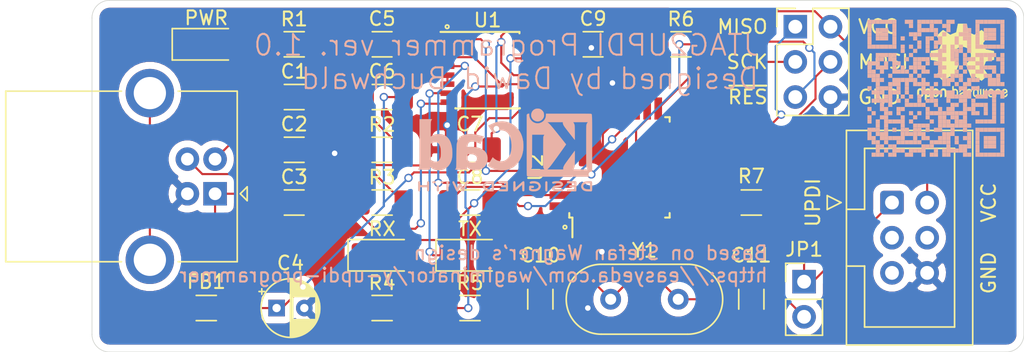
<source format=kicad_pcb>
(kicad_pcb (version 20171130) (host pcbnew "(5.1.10-0-10_14)")
  (layers (0 F.Cu signal) (31 B.Cu signal) (34 B.Paste user hide) (35 F.Paste user hide) (36 B.SilkS user) (37 F.SilkS user) (38 B.Mask user hide) (39 F.Mask user hide) (44 Edge.Cuts user))
  (net 0 "")
  (net 1 GND)
  (net 2 VCC)
  (net 3 "Net-(C3-Pad1)")
  (net 4 "Net-(C8-Pad1)")
  (net 5 "Net-(D1-Pad2)")
  (net 6 ~RXLED)
  (net 7 "Net-(D2-Pad2)")
  (net 8 ~TXLED)
  (net 9 "Net-(D3-Pad2)")
  (net 10 "Net-(J1-Pad4)")
  (net 11 "Net-(J1-Pad5)")
  (net 12 "Net-(J1-Pad3)")
  (net 13 "Net-(J1-Pad1)")
  (net 14 ~RESET)
  (net 15 MOSI)
  (net 16 SCK)
  (net 17 MISO)
  (net 18 "Net-(J3-Pad5)")
  (net 19 UPDI)
  (net 20 USBD+)
  (net 21 USBD-)
  (net 22 TxD)
  (net 23 RxD)
  (net 24 "Net-(U1-Pad2)")
  (net 25 "Net-(U2-Pad2)")
  (net 26 "Net-(C1-Pad1)")
  (net 27 "Net-(C2-Pad1)")
  (net 28 "Net-(C9-Pad2)")
  (net 29 "Net-(C10-Pad2)")
  (net 30 "Net-(C11-Pad1)")
  (net 31 "Net-(U1-Pad16)")
  (net 32 "Net-(U1-Pad15)")
  (net 33 "Net-(U2-Pad32)")
  (net 34 "Net-(U2-Pad28)")
  (net 35 "Net-(U2-Pad27)")
  (net 36 "Net-(U2-Pad26)")
  (net 37 "Net-(U2-Pad25)")
  (net 38 "Net-(U2-Pad24)")
  (net 39 "Net-(U2-Pad23)")
  (net 40 "Net-(U2-Pad22)")
  (net 41 "Net-(U2-Pad19)")
  (net 42 "Net-(U2-Pad14)")
  (net 43 "Net-(U2-Pad13)")
  (net 44 "Net-(U2-Pad12)")
  (net 45 "Net-(U2-Pad11)")
  (net 46 "Net-(U2-Pad9)")
  (net 47 "Net-(U2-Pad1)")
  (module QR:kicad-simple (layer B.Cu) (at 160.02 61.595 180)
    (fp_text reference QR***** hide)
    (fp_text value https://tinyurl.com/ghdbks hide)
  )
  (module Symbol:KiCad-Logo2_5mm_SilkScreen (layer B.Cu) (at 128.905 66.04 180)
    (fp_text reference REF** hide)
    (fp_text value KiCad-Logo2_5mm_SilkScreen hide)
  )
  (module Connector_USB:USB_B_OST_USB-B1HSxx_Horizontal (layer F.Cu) (at 107.95 69.215 180)
    (fp_text reference J3 hide)
    (fp_text value USB_B)
    (pad 5 thru_hole circle (at 4.71 7.27 180) (size 3.5 3.5) (drill 2.33) (layers *.Cu *.Mask) (net 18 "Net-(J3-Pad5)"))
    (pad 5 thru_hole circle (at 4.71 -4.77 180) (size 3.5 3.5) (drill 2.33) (layers *.Cu *.Mask) (net 18 "Net-(J3-Pad5)"))
    (pad 4 thru_hole circle (at 2 0 180) (size 1.7 1.7) (drill 0.92) (layers *.Cu *.Mask) (net 1 GND))
    (pad 3 thru_hole circle (at 2 2.5 180) (size 1.7 1.7) (drill 0.92) (layers *.Cu *.Mask) (net 27 "Net-(C2-Pad1)"))
    (pad 2 thru_hole circle (at 0 2.5 180) (size 1.7 1.7) (drill 0.92) (layers *.Cu *.Mask) (net 26 "Net-(C1-Pad1)"))
    (pad 1 thru_hole rect (at 0 0 180) (size 1.7 1.7) (drill 0.92) (layers *.Cu *.Mask) (net 3 "Net-(C3-Pad1)"))
  )
  (module Symbol:OSHW-Logo2_7.3x6mm_SilkScreen (layer F.Cu) (at 161.925 59.69)
    (fp_text reference REF** hide)
    (fp_text value OSHW-Logo2_7.3x6mm_SilkScreen hide)
  )
  (module Connector_PinHeader_2.54mm:PinHeader_2x03_P2.54mm_Vertical (layer F.Cu) (at 149.86 57.15)
    (fp_text reference J2 hide)
    (fp_text value ICSP)
    (pad 6 thru_hole oval (at 2.54 5.08) (size 1.7 1.7) (drill 1) (layers *.Cu *.Mask) (net 1 GND))
    (pad 5 thru_hole oval (at 0 5.08) (size 1.7 1.7) (drill 1) (layers *.Cu *.Mask) (net 14 ~RESET))
    (pad 4 thru_hole oval (at 2.54 2.54) (size 1.7 1.7) (drill 1) (layers *.Cu *.Mask) (net 15 MOSI))
    (pad 3 thru_hole oval (at 0 2.54) (size 1.7 1.7) (drill 1) (layers *.Cu *.Mask) (net 16 SCK))
    (pad 2 thru_hole oval (at 2.54 0) (size 1.7 1.7) (drill 1) (layers *.Cu *.Mask) (net 2 VCC))
    (pad 1 thru_hole rect (at 0 0) (size 1.7 1.7) (drill 1) (layers *.Cu *.Mask) (net 17 MISO))
  )
  (module Crystal:Crystal_HC49-U_Vertical (layer F.Cu) (at 136.525 76.835)
    (fp_text reference Y1 (at 2.44 -3.525) (layer F.SilkS))
    (fp_text value 16MHz)
    (pad 2 thru_hole circle (at 4.88 0) (size 1.5 1.5) (drill 0.8) (layers *.Cu *.Mask) (net 30 "Net-(C11-Pad1)"))
    (pad 1 thru_hole circle (at 0 0) (size 1.5 1.5) (drill 0.8) (layers *.Cu *.Mask) (net 29 "Net-(C10-Pad2)"))
  )
  (module Package_SO:SSOP-16_4.4x5.2mm_P0.65mm (layer F.Cu) (at 127.635 60.325)
    (fp_text reference U1 (at 0 -3.65) (layer F.SilkS))
    (fp_text value FT230XS)
    (pad 16 smd rect (at 2.9 -2.275) (size 1 0.4) (layers F.Cu F.Paste F.Mask) (net 31 "Net-(U1-Pad16)"))
    (pad 15 smd rect (at 2.9 -1.625) (size 1 0.4) (layers F.Cu F.Paste F.Mask) (net 32 "Net-(U1-Pad15)"))
    (pad 14 smd rect (at 2.9 -0.975) (size 1 0.4) (layers F.Cu F.Paste F.Mask) (net 6 ~RXLED))
    (pad 13 smd rect (at 2.9 -0.325) (size 1 0.4) (layers F.Cu F.Paste F.Mask) (net 1 GND))
    (pad 12 smd rect (at 2.9 0.325) (size 1 0.4) (layers F.Cu F.Paste F.Mask) (net 2 VCC))
    (pad 11 smd rect (at 2.9 0.975) (size 1 0.4) (layers F.Cu F.Paste F.Mask) (net 28 "Net-(C9-Pad2)"))
    (pad 10 smd rect (at 2.9 1.625) (size 1 0.4) (layers F.Cu F.Paste F.Mask) (net 28 "Net-(C9-Pad2)"))
    (pad 9 smd rect (at 2.9 2.275) (size 1 0.4) (layers F.Cu F.Paste F.Mask) (net 21 USBD-))
    (pad 8 smd rect (at -2.9 2.275) (size 1 0.4) (layers F.Cu F.Paste F.Mask) (net 20 USBD+))
    (pad 7 smd rect (at -2.9 1.625) (size 1 0.4) (layers F.Cu F.Paste F.Mask) (net 8 ~TXLED))
    (pad 6 smd rect (at -2.9 0.975) (size 1 0.4) (layers F.Cu F.Paste F.Mask) (net 1 GND))
    (pad 5 smd rect (at -2.9 0.325) (size 1 0.4) (layers F.Cu F.Paste F.Mask) (net 1 GND))
    (pad 4 smd rect (at -2.9 -0.325) (size 1 0.4) (layers F.Cu F.Paste F.Mask) (net 22 TxD))
    (pad 3 smd rect (at -2.9 -0.975) (size 1 0.4) (layers F.Cu F.Paste F.Mask) (net 28 "Net-(C9-Pad2)"))
    (pad 2 smd rect (at -2.9 -1.625) (size 1 0.4) (layers F.Cu F.Paste F.Mask) (net 24 "Net-(U1-Pad2)"))
    (pad 1 smd rect (at -2.9 -2.275) (size 1 0.4) (layers F.Cu F.Paste F.Mask) (net 23 RxD))
  )
  (module Package_QFP:TQFP-32_7x7mm_P0.8mm (layer F.Cu) (at 137.16 67.31 90)
    (fp_text reference U2 (at 0 -6.05 90) (layer F.SilkS))
    (fp_text value ATmega168P-20AU)
    (pad 32 smd rect (at -2.8 -4.25 180) (size 1.6 0.55) (layers F.Cu F.Paste F.Mask) (net 33 "Net-(U2-Pad32)"))
    (pad 31 smd rect (at -2 -4.25 180) (size 1.6 0.55) (layers F.Cu F.Paste F.Mask) (net 22 TxD))
    (pad 30 smd rect (at -1.2 -4.25 180) (size 1.6 0.55) (layers F.Cu F.Paste F.Mask) (net 23 RxD))
    (pad 29 smd rect (at -0.4 -4.25 180) (size 1.6 0.55) (layers F.Cu F.Paste F.Mask) (net 14 ~RESET))
    (pad 28 smd rect (at 0.4 -4.25 180) (size 1.6 0.55) (layers F.Cu F.Paste F.Mask) (net 34 "Net-(U2-Pad28)"))
    (pad 27 smd rect (at 1.2 -4.25 180) (size 1.6 0.55) (layers F.Cu F.Paste F.Mask) (net 35 "Net-(U2-Pad27)"))
    (pad 26 smd rect (at 2 -4.25 180) (size 1.6 0.55) (layers F.Cu F.Paste F.Mask) (net 36 "Net-(U2-Pad26)"))
    (pad 25 smd rect (at 2.8 -4.25 180) (size 1.6 0.55) (layers F.Cu F.Paste F.Mask) (net 37 "Net-(U2-Pad25)"))
    (pad 24 smd rect (at 4.25 -2.8 90) (size 1.6 0.55) (layers F.Cu F.Paste F.Mask) (net 38 "Net-(U2-Pad24)"))
    (pad 23 smd rect (at 4.25 -2 90) (size 1.6 0.55) (layers F.Cu F.Paste F.Mask) (net 39 "Net-(U2-Pad23)"))
    (pad 22 smd rect (at 4.25 -1.2 90) (size 1.6 0.55) (layers F.Cu F.Paste F.Mask) (net 40 "Net-(U2-Pad22)"))
    (pad 21 smd rect (at 4.25 -0.4 90) (size 1.6 0.55) (layers F.Cu F.Paste F.Mask) (net 1 GND))
    (pad 20 smd rect (at 4.25 0.4 90) (size 1.6 0.55) (layers F.Cu F.Paste F.Mask) (net 4 "Net-(C8-Pad1)"))
    (pad 19 smd rect (at 4.25 1.2 90) (size 1.6 0.55) (layers F.Cu F.Paste F.Mask) (net 41 "Net-(U2-Pad19)"))
    (pad 18 smd rect (at 4.25 2 90) (size 1.6 0.55) (layers F.Cu F.Paste F.Mask) (net 2 VCC))
    (pad 17 smd rect (at 4.25 2.8 90) (size 1.6 0.55) (layers F.Cu F.Paste F.Mask) (net 16 SCK))
    (pad 16 smd rect (at 2.8 4.25 180) (size 1.6 0.55) (layers F.Cu F.Paste F.Mask) (net 17 MISO))
    (pad 15 smd rect (at 2 4.25 180) (size 1.6 0.55) (layers F.Cu F.Paste F.Mask) (net 15 MOSI))
    (pad 14 smd rect (at 1.2 4.25 180) (size 1.6 0.55) (layers F.Cu F.Paste F.Mask) (net 42 "Net-(U2-Pad14)"))
    (pad 13 smd rect (at 0.4 4.25 180) (size 1.6 0.55) (layers F.Cu F.Paste F.Mask) (net 43 "Net-(U2-Pad13)"))
    (pad 12 smd rect (at -0.4 4.25 180) (size 1.6 0.55) (layers F.Cu F.Paste F.Mask) (net 44 "Net-(U2-Pad12)"))
    (pad 11 smd rect (at -1.2 4.25 180) (size 1.6 0.55) (layers F.Cu F.Paste F.Mask) (net 45 "Net-(U2-Pad11)"))
    (pad 10 smd rect (at -2 4.25 180) (size 1.6 0.55) (layers F.Cu F.Paste F.Mask) (net 19 UPDI))
    (pad 9 smd rect (at -2.8 4.25 180) (size 1.6 0.55) (layers F.Cu F.Paste F.Mask) (net 46 "Net-(U2-Pad9)"))
    (pad 8 smd rect (at -4.25 2.8 90) (size 1.6 0.55) (layers F.Cu F.Paste F.Mask) (net 30 "Net-(C11-Pad1)"))
    (pad 7 smd rect (at -4.25 2 90) (size 1.6 0.55) (layers F.Cu F.Paste F.Mask) (net 29 "Net-(C10-Pad2)"))
    (pad 6 smd rect (at -4.25 1.2 90) (size 1.6 0.55) (layers F.Cu F.Paste F.Mask) (net 2 VCC))
    (pad 5 smd rect (at -4.25 0.4 90) (size 1.6 0.55) (layers F.Cu F.Paste F.Mask) (net 1 GND))
    (pad 4 smd rect (at -4.25 -0.4 90) (size 1.6 0.55) (layers F.Cu F.Paste F.Mask) (net 2 VCC))
    (pad 3 smd rect (at -4.25 -1.2 90) (size 1.6 0.55) (layers F.Cu F.Paste F.Mask) (net 1 GND))
    (pad 2 smd rect (at -4.25 -2 90) (size 1.6 0.55) (layers F.Cu F.Paste F.Mask) (net 25 "Net-(U2-Pad2)"))
    (pad 1 smd rect (at -4.25 -2.8 90) (size 1.6 0.55) (layers F.Cu F.Paste F.Mask) (net 47 "Net-(U2-Pad1)"))
  )
  (module Resistor_SMD:R_1206_3216Metric_Pad1.30x1.75mm_HandSolder (layer F.Cu) (at 126.365 77.47)
    (fp_text reference R5 (at 0 -1.82) (layer F.SilkS))
    (fp_text value 470)
    (pad 2 smd roundrect (at 1.55 0) (size 1.3 1.75) (layers F.Cu F.Paste F.Mask) (roundrect_rratio 0.192308) (net 7 "Net-(D2-Pad2)"))
    (pad 1 smd roundrect (at -1.55 0) (size 1.3 1.75) (layers F.Cu F.Paste F.Mask) (roundrect_rratio 0.192308) (net 28 "Net-(C9-Pad2)"))
  )
  (module Resistor_SMD:R_1206_3216Metric_Pad1.30x1.75mm_HandSolder (layer F.Cu) (at 113.665 58.42)
    (fp_text reference R1 (at 0 -1.82) (layer F.SilkS))
    (fp_text value 470)
    (pad 2 smd roundrect (at 1.55 0) (size 1.3 1.75) (layers F.Cu F.Paste F.Mask) (roundrect_rratio 0.192308) (net 2 VCC))
    (pad 1 smd roundrect (at -1.55 0) (size 1.3 1.75) (layers F.Cu F.Paste F.Mask) (roundrect_rratio 0.192308) (net 9 "Net-(D3-Pad2)"))
  )
  (module Resistor_SMD:R_1206_3216Metric_Pad1.30x1.75mm_HandSolder (layer F.Cu) (at 120.015 77.47)
    (fp_text reference R4 (at 0 -1.82) (layer F.SilkS))
    (fp_text value 470)
    (pad 2 smd roundrect (at 1.55 0) (size 1.3 1.75) (layers F.Cu F.Paste F.Mask) (roundrect_rratio 0.192308) (net 5 "Net-(D1-Pad2)"))
    (pad 1 smd roundrect (at -1.55 0) (size 1.3 1.75) (layers F.Cu F.Paste F.Mask) (roundrect_rratio 0.192308) (net 28 "Net-(C9-Pad2)"))
  )
  (module Resistor_SMD:R_1206_3216Metric_Pad1.30x1.75mm_HandSolder (layer F.Cu) (at 141.605 58.42)
    (fp_text reference R6 (at 0 -1.82) (layer F.SilkS))
    (fp_text value 4K7)
    (pad 2 smd roundrect (at 1.55 0) (size 1.3 1.75) (layers F.Cu F.Paste F.Mask) (roundrect_rratio 0.192308) (net 14 ~RESET))
    (pad 1 smd roundrect (at -1.55 0) (size 1.3 1.75) (layers F.Cu F.Paste F.Mask) (roundrect_rratio 0.192308) (net 2 VCC))
  )
  (module Resistor_SMD:R_1206_3216Metric_Pad1.30x1.75mm_HandSolder (layer F.Cu) (at 120.015 66.04)
    (fp_text reference R2 (at 0 -1.82) (layer F.SilkS))
    (fp_text value 27)
    (pad 2 smd roundrect (at 1.55 0) (size 1.3 1.75) (layers F.Cu F.Paste F.Mask) (roundrect_rratio 0.192308) (net 26 "Net-(C1-Pad1)"))
    (pad 1 smd roundrect (at -1.55 0) (size 1.3 1.75) (layers F.Cu F.Paste F.Mask) (roundrect_rratio 0.192308) (net 21 USBD-))
  )
  (module Resistor_SMD:R_1206_3216Metric_Pad1.30x1.75mm_HandSolder (layer F.Cu) (at 120.015 69.85)
    (fp_text reference R3 (at 0 -1.82) (layer F.SilkS))
    (fp_text value 27)
    (pad 2 smd roundrect (at 1.55 0) (size 1.3 1.75) (layers F.Cu F.Paste F.Mask) (roundrect_rratio 0.192308) (net 27 "Net-(C2-Pad1)"))
    (pad 1 smd roundrect (at -1.55 0) (size 1.3 1.75) (layers F.Cu F.Paste F.Mask) (roundrect_rratio 0.192308) (net 20 USBD+))
  )
  (module Resistor_SMD:R_1206_3216Metric_Pad1.30x1.75mm_HandSolder (layer F.Cu) (at 146.685 69.85)
    (fp_text reference R7 (at 0 -1.905) (layer F.SilkS))
    (fp_text value 470)
    (pad 2 smd roundrect (at 1.55 0) (size 1.3 1.75) (layers F.Cu F.Paste F.Mask) (roundrect_rratio 0.192308) (net 13 "Net-(J1-Pad1)"))
    (pad 1 smd roundrect (at -1.55 0) (size 1.3 1.75) (layers F.Cu F.Paste F.Mask) (roundrect_rratio 0.192308) (net 19 UPDI))
  )
  (module Connector_PinHeader_2.54mm:PinHeader_1x02_P2.54mm_Vertical (layer F.Cu) (at 150.495 75.565)
    (fp_text reference JP1 (at 0 -2.33) (layer F.SilkS))
    (fp_text value UPDI_R470)
    (pad 2 thru_hole oval (at 0 2.54) (size 1.7 1.7) (drill 1) (layers *.Cu *.Mask) (net 19 UPDI))
    (pad 1 thru_hole rect (at 0 0) (size 1.7 1.7) (drill 1) (layers *.Cu *.Mask) (net 13 "Net-(J1-Pad1)"))
  )
  (module Connector_IDC:IDC-Header_2x03_P2.54mm_Vertical (layer F.Cu) (at 156.845 69.85)
    (fp_text reference J1 hide)
    (fp_text value UPDI)
    (pad 6 thru_hole circle (at 2.54 5.08) (size 1.7 1.7) (drill 1) (layers *.Cu *.Mask) (net 1 GND))
    (pad 4 thru_hole circle (at 2.54 2.54) (size 1.7 1.7) (drill 1) (layers *.Cu *.Mask) (net 10 "Net-(J1-Pad4)"))
    (pad 2 thru_hole circle (at 2.54 0) (size 1.7 1.7) (drill 1) (layers *.Cu *.Mask) (net 2 VCC))
    (pad 5 thru_hole circle (at 0 5.08) (size 1.7 1.7) (drill 1) (layers *.Cu *.Mask) (net 11 "Net-(J1-Pad5)"))
    (pad 3 thru_hole circle (at 0 2.54) (size 1.7 1.7) (drill 1) (layers *.Cu *.Mask) (net 12 "Net-(J1-Pad3)"))
    (pad 1 thru_hole roundrect (at 0 0) (size 1.7 1.7) (drill 1) (layers *.Cu *.Mask) (roundrect_rratio 0.147059) (net 13 "Net-(J1-Pad1)"))
  )
  (module Resistor_SMD:R_1206_3216Metric_Pad1.30x1.75mm_HandSolder (layer F.Cu) (at 107.315 77.47 180)
    (fp_text reference FB1 (at 0 1.905) (layer F.SilkS))
    (fp_text value FBS)
    (pad 2 smd roundrect (at 1.55 0 180) (size 1.3 1.75) (layers F.Cu F.Paste F.Mask) (roundrect_rratio 0.192308) (net 3 "Net-(C3-Pad1)"))
    (pad 1 smd roundrect (at -1.55 0 180) (size 1.3 1.75) (layers F.Cu F.Paste F.Mask) (roundrect_rratio 0.192308) (net 2 VCC))
  )
  (module LED_SMD:LED_1206_3216Metric_Pad1.42x1.75mm_HandSolder (layer F.Cu) (at 107.315 58.42)
    (fp_text reference D3 hide)
    (fp_text value PWR)
    (pad 2 smd roundrect (at 1.4875 0) (size 1.425 1.75) (layers F.Cu F.Paste F.Mask) (roundrect_rratio 0.175439) (net 9 "Net-(D3-Pad2)"))
    (pad 1 smd roundrect (at -1.4875 0) (size 1.425 1.75) (layers F.Cu F.Paste F.Mask) (roundrect_rratio 0.175439) (net 1 GND))
  )
  (module LED_SMD:LED_1206_3216Metric_Pad1.42x1.75mm_HandSolder (layer F.Cu) (at 126.365 73.66)
    (fp_text reference D2 hide)
    (fp_text value RX)
    (pad 2 smd roundrect (at 1.4875 0) (size 1.425 1.75) (layers F.Cu F.Paste F.Mask) (roundrect_rratio 0.175439) (net 7 "Net-(D2-Pad2)"))
    (pad 1 smd roundrect (at -1.4875 0) (size 1.425 1.75) (layers F.Cu F.Paste F.Mask) (roundrect_rratio 0.175439) (net 8 ~TXLED))
  )
  (module LED_SMD:LED_1206_3216Metric_Pad1.42x1.75mm_HandSolder (layer F.Cu) (at 120.015 73.66)
    (fp_text reference D1 hide)
    (fp_text value TX)
    (pad 2 smd roundrect (at 1.4875 0) (size 1.425 1.75) (layers F.Cu F.Paste F.Mask) (roundrect_rratio 0.175439) (net 5 "Net-(D1-Pad2)"))
    (pad 1 smd roundrect (at -1.4875 0) (size 1.425 1.75) (layers F.Cu F.Paste F.Mask) (roundrect_rratio 0.175439) (net 6 ~RXLED))
  )
  (module Capacitor_SMD:C_1206_3216Metric_Pad1.33x1.80mm_HandSolder (layer F.Cu) (at 135.255 58.42)
    (fp_text reference C9 (at 0 -1.85) (layer F.SilkS))
    (fp_text value 100nF)
    (pad 2 smd roundrect (at 1.5625 0) (size 1.325 1.8) (layers F.Cu F.Paste F.Mask) (roundrect_rratio 0.188679) (net 28 "Net-(C9-Pad2)"))
    (pad 1 smd roundrect (at -1.5625 0) (size 1.325 1.8) (layers F.Cu F.Paste F.Mask) (roundrect_rratio 0.188679) (net 1 GND))
  )
  (module Capacitor_THT:CP_Radial_D4.0mm_P2.00mm (layer F.Cu) (at 112.395 77.47)
    (fp_text reference C4 (at 1 -3.25) (layer F.SilkS))
    (fp_text value 4,7uF)
    (pad 2 thru_hole circle (at 2 0) (size 1.2 1.2) (drill 0.6) (layers *.Cu *.Mask) (net 1 GND))
    (pad 1 thru_hole rect (at 0 0) (size 1.2 1.2) (drill 0.6) (layers *.Cu *.Mask) (net 2 VCC))
  )
  (module Capacitor_SMD:C_1206_3216Metric_Pad1.33x1.80mm_HandSolder (layer F.Cu) (at 120.015 62.23)
    (fp_text reference C6 (at 0 -1.85) (layer F.SilkS))
    (fp_text value 100nF)
    (pad 2 smd roundrect (at 1.5625 0) (size 1.325 1.8) (layers F.Cu F.Paste F.Mask) (roundrect_rratio 0.188679) (net 2 VCC))
    (pad 1 smd roundrect (at -1.5625 0) (size 1.325 1.8) (layers F.Cu F.Paste F.Mask) (roundrect_rratio 0.188679) (net 1 GND))
  )
  (module Capacitor_SMD:C_1206_3216Metric_Pad1.33x1.80mm_HandSolder (layer F.Cu) (at 113.665 62.23)
    (fp_text reference C1 (at 0 -1.85) (layer F.SilkS))
    (fp_text value 47pF)
    (pad 2 smd roundrect (at 1.5625 0) (size 1.325 1.8) (layers F.Cu F.Paste F.Mask) (roundrect_rratio 0.188679) (net 1 GND))
    (pad 1 smd roundrect (at -1.5625 0) (size 1.325 1.8) (layers F.Cu F.Paste F.Mask) (roundrect_rratio 0.188679) (net 26 "Net-(C1-Pad1)"))
  )
  (module Capacitor_SMD:C_1206_3216Metric_Pad1.33x1.80mm_HandSolder (layer F.Cu) (at 113.665 66.04)
    (fp_text reference C2 (at 0 -1.85) (layer F.SilkS))
    (fp_text value 47pF)
    (pad 2 smd roundrect (at 1.5625 0) (size 1.325 1.8) (layers F.Cu F.Paste F.Mask) (roundrect_rratio 0.188679) (net 1 GND))
    (pad 1 smd roundrect (at -1.5625 0) (size 1.325 1.8) (layers F.Cu F.Paste F.Mask) (roundrect_rratio 0.188679) (net 27 "Net-(C2-Pad1)"))
  )
  (module Capacitor_SMD:C_1206_3216Metric_Pad1.33x1.80mm_HandSolder (layer F.Cu) (at 113.665 69.85)
    (fp_text reference C3 (at 0 -1.85) (layer F.SilkS))
    (fp_text value 10nF)
    (pad 2 smd roundrect (at 1.5625 0) (size 1.325 1.8) (layers F.Cu F.Paste F.Mask) (roundrect_rratio 0.188679) (net 1 GND))
    (pad 1 smd roundrect (at -1.5625 0) (size 1.325 1.8) (layers F.Cu F.Paste F.Mask) (roundrect_rratio 0.188679) (net 3 "Net-(C3-Pad1)"))
  )
  (module Capacitor_SMD:C_1206_3216Metric_Pad1.33x1.80mm_HandSolder (layer F.Cu) (at 146.685 76.835 270)
    (fp_text reference C11 (at -3.175 0 180) (layer F.SilkS))
    (fp_text value 22pF)
    (pad 2 smd roundrect (at 1.5625 0 270) (size 1.325 1.8) (layers F.Cu F.Paste F.Mask) (roundrect_rratio 0.188679) (net 1 GND))
    (pad 1 smd roundrect (at -1.5625 0 270) (size 1.325 1.8) (layers F.Cu F.Paste F.Mask) (roundrect_rratio 0.188679) (net 30 "Net-(C11-Pad1)"))
  )
  (module Capacitor_SMD:C_1206_3216Metric_Pad1.33x1.80mm_HandSolder (layer F.Cu) (at 131.445 76.835 90)
    (fp_text reference C10 (at 3.175 0 180) (layer F.SilkS))
    (fp_text value 22pF)
    (pad 2 smd roundrect (at 1.5625 0 90) (size 1.325 1.8) (layers F.Cu F.Paste F.Mask) (roundrect_rratio 0.188679) (net 29 "Net-(C10-Pad2)"))
    (pad 1 smd roundrect (at -1.5625 0 90) (size 1.325 1.8) (layers F.Cu F.Paste F.Mask) (roundrect_rratio 0.188679) (net 1 GND))
  )
  (module Capacitor_SMD:C_1206_3216Metric_Pad1.33x1.80mm_HandSolder (layer F.Cu) (at 126.365 69.85)
    (fp_text reference C8 (at 0 -1.85) (layer F.SilkS))
    (fp_text value 100nF)
    (pad 2 smd roundrect (at 1.5625 0) (size 1.325 1.8) (layers F.Cu F.Paste F.Mask) (roundrect_rratio 0.188679) (net 1 GND))
    (pad 1 smd roundrect (at -1.5625 0) (size 1.325 1.8) (layers F.Cu F.Paste F.Mask) (roundrect_rratio 0.188679) (net 4 "Net-(C8-Pad1)"))
  )
  (module Capacitor_SMD:C_1206_3216Metric_Pad1.33x1.80mm_HandSolder (layer F.Cu) (at 126.365 66.04)
    (fp_text reference C7 (at 0 -1.85) (layer F.SilkS))
    (fp_text value 100nF)
    (pad 2 smd roundrect (at 1.5625 0) (size 1.325 1.8) (layers F.Cu F.Paste F.Mask) (roundrect_rratio 0.188679) (net 2 VCC))
    (pad 1 smd roundrect (at -1.5625 0) (size 1.325 1.8) (layers F.Cu F.Paste F.Mask) (roundrect_rratio 0.188679) (net 1 GND))
  )
  (module Capacitor_SMD:C_1206_3216Metric_Pad1.33x1.80mm_HandSolder (layer F.Cu) (at 120.015 58.42)
    (fp_text reference C5 (at 0 -1.85) (layer F.SilkS))
    (fp_text value 100nF)
    (pad 2 smd roundrect (at 1.5625 0) (size 1.325 1.8) (layers F.Cu F.Paste F.Mask) (roundrect_rratio 0.188679) (net 1 GND))
    (pad 1 smd roundrect (at -1.5625 0) (size 1.325 1.8) (layers F.Cu F.Paste F.Mask) (roundrect_rratio 0.188679) (net 2 VCC))
  )
  (gr_text "Based on Stefan Wagner’s design\nhttps://easyeda.com/wagiminator/y-updi-programmer" (at 147.955 74.295) (layer B.SilkS) (effects (font (size 1 1)) (justify left mirror)))
  (gr_text "JTAG2UPDI Programmer ver. 1.0\nDesigned by Dawid Buchwald" (at 147.32 59.69) (layer B.SilkS) (effects (font (size 1.5 1.5)) (justify left mirror)))
  (gr_circle (center 124.714 57.15) (end 124.841 57.15) (layer F.SilkS) (width 0.12))
  (gr_circle (center 133.223 71.628) (end 133.35 71.628) (layer F.SilkS) (width 0.12))
  (gr_text TX (at 126.365 71.755) (layer F.SilkS) (effects (font (size 1 1))))
  (gr_text RX (at 120.015 71.755) (layer F.SilkS) (effects (font (size 1 1))))
  (gr_text PWR (at 107.315 56.515) (layer F.SilkS) (effects (font (size 1 1))))
  (gr_text GND (at 163.83 74.93 90) (layer F.SilkS) (effects (font (size 1 1))))
  (gr_text VCC (at 163.83 69.85 90) (layer F.SilkS) (effects (font (size 1 1))))
  (gr_text UPDI (at 151.13 69.85 90) (layer F.SilkS) (effects (font (size 1 1))))
  (gr_text ~RES (at 147.955 62.23) (layer F.SilkS) (effects (font (size 1 1)) (justify right)))
  (gr_text SCK (at 147.955 59.69) (layer F.SilkS) (effects (font (size 1 1)) (justify right)))
  (gr_text MISO (at 147.955 57.15) (layer F.SilkS) (effects (font (size 1 1)) (justify right)))
  (gr_text GND (at 154.305 62.23) (layer F.SilkS) (effects (font (size 1 1)) (justify left)))
  (gr_text MOSI (at 154.305 59.69) (layer F.SilkS) (effects (font (size 1 1)) (justify left)))
  (gr_text VCC (at 154.305 57.15) (layer F.SilkS) (effects (font (size 1 1)) (justify left)))
  (gr_arc (start 165.1 56.515) (end 166.37 56.515) (angle -90) (layer Edge.Cuts) (width 0.05))
  (gr_arc (start 165.1 79.375) (end 165.1 80.645) (angle -90) (layer Edge.Cuts) (width 0.05))
  (gr_arc (start 100.33 79.375) (end 99.06 79.375) (angle -90) (layer Edge.Cuts) (width 0.05))
  (gr_arc (start 100.33 56.515) (end 100.33 55.245) (angle -90) (layer Edge.Cuts) (width 0.05))
  (gr_line (start 165.1 55.245) (end 100.33 55.245) (layer Edge.Cuts) (width 0.05))
  (gr_line (start 166.37 79.375) (end 166.37 56.515) (layer Edge.Cuts) (width 0.05))
  (gr_line (start 100.33 80.645) (end 165.1 80.645) (layer Edge.Cuts) (width 0.05))
  (gr_line (start 99.06 56.515) (end 99.06 79.375) (layer Edge.Cuts) (width 0.05))
  (via (at 134.874 77.47) (size 0.6) (drill 0.4) (layers F.Cu B.Cu) (net 1))
  (segment (start 133.9465 78.3975) (end 134.874 77.47) (width 0.1524) (layer F.Cu) (net 1))
  (segment (start 131.445 78.3975) (end 133.9465 78.3975) (width 0.1524) (layer F.Cu) (net 1))
  (via (at 135.89 73.406) (size 0.6) (drill 0.4) (layers F.Cu B.Cu) (net 1))
  (segment (start 134.874 74.422) (end 135.89 73.406) (width 0.1524) (layer B.Cu) (net 1))
  (segment (start 134.874 77.47) (end 134.874 74.422) (width 0.1524) (layer B.Cu) (net 1))
  (segment (start 135.89 71.63) (end 135.96 71.56) (width 0.1524) (layer F.Cu) (net 1))
  (segment (start 135.89 73.406) (end 135.89 71.63) (width 0.1524) (layer F.Cu) (net 1))
  (segment (start 137.56 70.5314) (end 137.56 71.56) (width 0.1524) (layer F.Cu) (net 1))
  (segment (start 135.998101 70.493299) (end 137.521899 70.493299) (width 0.1524) (layer F.Cu) (net 1))
  (segment (start 135.96 70.5314) (end 135.998101 70.493299) (width 0.1524) (layer F.Cu) (net 1))
  (segment (start 137.521899 70.493299) (end 137.56 70.5314) (width 0.1524) (layer F.Cu) (net 1))
  (segment (start 135.96 71.56) (end 135.96 70.5314) (width 0.1524) (layer F.Cu) (net 1))
  (segment (start 123.8075 60.65) (end 124.735 60.65) (width 0.1524) (layer F.Cu) (net 1))
  (segment (start 121.5775 58.42) (end 123.8075 60.65) (width 0.1524) (layer F.Cu) (net 1))
  (segment (start 124.735 60.65) (end 124.735 61.3) (width 0.1524) (layer F.Cu) (net 1))
  (segment (start 132.1125 60) (end 133.6925 58.42) (width 0.1524) (layer F.Cu) (net 1))
  (segment (start 130.535 60) (end 132.1125 60) (width 0.1524) (layer F.Cu) (net 1))
  (via (at 135.128 58.674) (size 0.6) (drill 0.4) (layers F.Cu B.Cu) (net 1))
  (segment (start 134.874 58.42) (end 135.128 58.674) (width 0.1524) (layer F.Cu) (net 1))
  (segment (start 133.6925 58.42) (end 134.874 58.42) (width 0.1524) (layer F.Cu) (net 1))
  (segment (start 135.128 58.674) (end 136.652 60.198) (width 0.1524) (layer B.Cu) (net 1))
  (via (at 136.652 61.214) (size 0.6) (drill 0.4) (layers F.Cu B.Cu) (net 1))
  (segment (start 136.652 60.198) (end 136.652 61.214) (width 0.1524) (layer B.Cu) (net 1))
  (segment (start 136.652 62.952) (end 136.76 63.06) (width 0.1524) (layer F.Cu) (net 1))
  (segment (start 136.652 61.214) (end 136.652 62.952) (width 0.1524) (layer F.Cu) (net 1))
  (segment (start 136.76 63.06) (end 136.76 64.0886) (width 0.1524) (layer F.Cu) (net 1))
  (segment (start 135.96 64.8886) (end 135.96 70.5314) (width 0.1524) (layer F.Cu) (net 1))
  (segment (start 136.76 64.0886) (end 135.96 64.8886) (width 0.1524) (layer F.Cu) (net 1))
  (via (at 116.586 66.294) (size 0.6) (drill 0.4) (layers F.Cu B.Cu) (net 1))
  (segment (start 116.332 66.04) (end 116.586 66.294) (width 0.1524) (layer F.Cu) (net 1))
  (segment (start 115.2275 66.04) (end 116.332 66.04) (width 0.1524) (layer F.Cu) (net 1))
  (segment (start 124.8025 64.3505) (end 124.714 64.262) (width 0.1524) (layer F.Cu) (net 1))
  (via (at 124.714 64.262) (size 0.6) (drill 0.4) (layers F.Cu B.Cu) (net 1))
  (segment (start 124.8025 66.04) (end 124.8025 64.3505) (width 0.1524) (layer F.Cu) (net 1))
  (segment (start 108.865 77.47) (end 112.395 77.47) (width 0.1524) (layer F.Cu) (net 2))
  (via (at 114.3 75.946) (size 0.6) (drill 0.4) (layers F.Cu B.Cu) (net 2))
  (segment (start 112.776 77.47) (end 114.3 75.946) (width 0.1524) (layer F.Cu) (net 2))
  (segment (start 112.395 77.47) (end 112.776 77.47) (width 0.1524) (layer F.Cu) (net 2))
  (segment (start 159.385 64.135) (end 159.385 69.85) (width 0.1524) (layer F.Cu) (net 2))
  (segment (start 152.4 57.15) (end 159.385 64.135) (width 0.1524) (layer F.Cu) (net 2))
  (segment (start 151.283299 56.033299) (end 152.4 57.15) (width 0.1524) (layer F.Cu) (net 2))
  (segment (start 141.566701 56.033299) (end 151.283299 56.033299) (width 0.1524) (layer F.Cu) (net 2))
  (segment (start 140.055 57.545) (end 141.566701 56.033299) (width 0.1524) (layer F.Cu) (net 2))
  (segment (start 140.055 58.42) (end 140.055 57.545) (width 0.1524) (layer F.Cu) (net 2))
  (segment (start 129.18271 57.25329) (end 128.619299 57.816701) (width 0.1524) (layer F.Cu) (net 2))
  (segment (start 128.619299 57.816701) (end 128.619299 59.756017) (width 0.1524) (layer F.Cu) (net 2))
  (segment (start 138.88829 57.25329) (end 129.18271 57.25329) (width 0.1524) (layer F.Cu) (net 2))
  (segment (start 128.619299 59.756017) (end 129.513282 60.65) (width 0.1524) (layer F.Cu) (net 2))
  (segment (start 140.055 58.42) (end 138.88829 57.25329) (width 0.1524) (layer F.Cu) (net 2))
  (segment (start 129.513282 60.65) (end 130.535 60.65) (width 0.1524) (layer F.Cu) (net 2))
  (segment (start 115.215 58.42) (end 118.4525 58.42) (width 0.1524) (layer F.Cu) (net 2))
  (segment (start 118.4525 59.105) (end 121.5775 62.23) (width 0.1524) (layer F.Cu) (net 2))
  (segment (start 118.4525 58.42) (end 118.4525 59.105) (width 0.1524) (layer F.Cu) (net 2))
  (segment (start 127.9275 64.8585) (end 128.27 64.516) (width 0.1524) (layer F.Cu) (net 2))
  (via (at 128.27 64.516) (size 0.6) (drill 0.4) (layers F.Cu B.Cu) (net 2))
  (segment (start 127.9275 66.04) (end 127.9275 64.8585) (width 0.1524) (layer F.Cu) (net 2))
  (via (at 128.619299 58.261299) (size 0.6) (drill 0.4) (layers F.Cu B.Cu) (net 2))
  (segment (start 128.27 58.610598) (end 128.619299 58.261299) (width 0.1524) (layer B.Cu) (net 2))
  (segment (start 128.27 64.516) (end 128.27 58.610598) (width 0.1524) (layer B.Cu) (net 2))
  (segment (start 139.16 63.815062) (end 139.16 63.06) (width 0.1524) (layer F.Cu) (net 2))
  (segment (start 138.36 64.615062) (end 139.16 63.815062) (width 0.1524) (layer F.Cu) (net 2))
  (segment (start 138.36 71.56) (end 138.36 64.615062) (width 0.1524) (layer F.Cu) (net 2))
  (segment (start 139.16 59.315) (end 140.055 58.42) (width 0.1524) (layer F.Cu) (net 2))
  (segment (start 139.16 63.06) (end 139.16 59.315) (width 0.1524) (layer F.Cu) (net 2))
  (via (at 120.142 62.23) (size 0.6) (drill 0.4) (layers F.Cu B.Cu) (net 2))
  (segment (start 121.5775 62.23) (end 120.142 62.23) (width 0.1524) (layer F.Cu) (net 2))
  (segment (start 120.142 70.104) (end 114.3 75.946) (width 0.1524) (layer B.Cu) (net 2))
  (segment (start 120.142 62.23) (end 120.142 70.104) (width 0.1524) (layer B.Cu) (net 2))
  (via (at 121.92 68.072) (size 0.6) (drill 0.4) (layers F.Cu B.Cu) (net 2))
  (segment (start 120.142 69.85) (end 120.142 70.104) (width 0.1524) (layer B.Cu) (net 2))
  (segment (start 121.92 68.072) (end 120.142 69.85) (width 0.1524) (layer B.Cu) (net 2))
  (segment (start 127.9275 66.04) (end 126.295499 67.672001) (width 0.1524) (layer F.Cu) (net 2))
  (segment (start 126.295499 67.672001) (end 122.319999 67.672001) (width 0.1524) (layer F.Cu) (net 2))
  (segment (start 122.319999 67.672001) (end 121.92 68.072) (width 0.1524) (layer F.Cu) (net 2))
  (segment (start 138.36 72.5886) (end 138.36 71.56) (width 0.1524) (layer F.Cu) (net 2))
  (segment (start 138.321899 72.626701) (end 138.36 72.5886) (width 0.1524) (layer F.Cu) (net 2))
  (segment (start 136.798101 72.626701) (end 138.321899 72.626701) (width 0.1524) (layer F.Cu) (net 2))
  (segment (start 136.76 72.5886) (end 136.798101 72.626701) (width 0.1524) (layer F.Cu) (net 2))
  (segment (start 136.76 71.56) (end 136.76 72.5886) (width 0.1524) (layer F.Cu) (net 2))
  (segment (start 107.95 69.215) (end 107.95 72.39) (width 0.1524) (layer F.Cu) (net 3))
  (segment (start 105.765 74.575) (end 105.765 77.47) (width 0.1524) (layer F.Cu) (net 3))
  (segment (start 107.95 72.39) (end 105.765 74.575) (width 0.1524) (layer F.Cu) (net 3))
  (segment (start 111.4675 69.215) (end 112.1025 69.85) (width 0.1524) (layer F.Cu) (net 3))
  (segment (start 107.95 69.215) (end 111.4675 69.215) (width 0.1524) (layer F.Cu) (net 3))
  (segment (start 128.538248 68.72139) (end 129.920858 70.104) (width 0.1524) (layer F.Cu) (net 4))
  (segment (start 124.8025 69.85) (end 125.93111 68.72139) (width 0.1524) (layer F.Cu) (net 4))
  (segment (start 125.93111 68.72139) (end 128.538248 68.72139) (width 0.1524) (layer F.Cu) (net 4))
  (via (at 130.556 70.104) (size 0.6) (drill 0.4) (layers F.Cu B.Cu) (net 4))
  (segment (start 129.920858 70.104) (end 130.556 70.104) (width 0.1524) (layer F.Cu) (net 4))
  (via (at 136.62671 65.284287) (size 0.6) (drill 0.4) (layers F.Cu B.Cu) (net 4))
  (segment (start 130.556 70.104) (end 131.806997 70.104) (width 0.1524) (layer B.Cu) (net 4))
  (segment (start 131.806997 70.104) (end 136.62671 65.284287) (width 0.1524) (layer B.Cu) (net 4))
  (segment (start 137.56 63.06) (end 137.56 64.350997) (width 0.1524) (layer F.Cu) (net 4))
  (segment (start 137.56 64.350997) (end 136.62671 65.284287) (width 0.1524) (layer F.Cu) (net 4))
  (segment (start 121.565 73.7225) (end 121.5025 73.66) (width 0.1524) (layer F.Cu) (net 5))
  (segment (start 121.565 77.47) (end 121.565 73.7225) (width 0.1524) (layer F.Cu) (net 5))
  (via (at 129.286 59.436) (size 0.6) (drill 0.4) (layers F.Cu B.Cu) (net 6))
  (segment (start 130.449 59.436) (end 130.535 59.35) (width 0.1524) (layer F.Cu) (net 6))
  (segment (start 129.286 59.436) (end 130.449 59.436) (width 0.1524) (layer F.Cu) (net 6))
  (via (at 126.663526 69.894536) (size 0.6) (drill 0.4) (layers F.Cu B.Cu) (net 6))
  (segment (start 119.63111 72.55639) (end 124.001672 72.55639) (width 0.1524) (layer F.Cu) (net 6))
  (segment (start 124.001672 72.55639) (end 126.663526 69.894536) (width 0.1524) (layer F.Cu) (net 6))
  (segment (start 129.286 59.436) (end 129.286 67.272062) (width 0.1524) (layer B.Cu) (net 6))
  (segment (start 118.5275 73.66) (end 119.63111 72.55639) (width 0.1524) (layer F.Cu) (net 6))
  (segment (start 129.286 67.272062) (end 126.663526 69.894536) (width 0.1524) (layer B.Cu) (net 6))
  (segment (start 127.915 73.7225) (end 127.8525 73.66) (width 0.1524) (layer F.Cu) (net 7))
  (segment (start 127.915 77.47) (end 127.915 73.7225) (width 0.1524) (layer F.Cu) (net 7))
  (via (at 123.444 73.406) (size 0.6) (drill 0.4) (layers F.Cu B.Cu) (net 8))
  (segment (start 123.698 73.66) (end 123.444 73.406) (width 0.1524) (layer F.Cu) (net 8))
  (segment (start 124.8775 73.66) (end 123.698 73.66) (width 0.1524) (layer F.Cu) (net 8))
  (segment (start 123.444 73.406) (end 123.444 61.976) (width 0.1524) (layer B.Cu) (net 8))
  (via (at 123.444 61.976) (size 0.6) (drill 0.4) (layers F.Cu B.Cu) (net 8))
  (segment (start 123.47 61.95) (end 123.444 61.976) (width 0.1524) (layer F.Cu) (net 8))
  (segment (start 124.735 61.95) (end 123.47 61.95) (width 0.1524) (layer F.Cu) (net 8))
  (segment (start 108.8025 58.42) (end 112.115 58.42) (width 0.1524) (layer F.Cu) (net 9))
  (segment (start 151.13 75.565) (end 156.845 69.85) (width 0.1524) (layer F.Cu) (net 13))
  (segment (start 150.495 75.565) (end 151.13 75.565) (width 0.1524) (layer F.Cu) (net 13))
  (segment (start 150.495 72.11) (end 150.495 75.565) (width 0.1524) (layer F.Cu) (net 13))
  (segment (start 148.235 69.85) (end 150.495 72.11) (width 0.1524) (layer F.Cu) (net 13))
  (via (at 150.876 58.674) (size 0.6) (drill 0.4) (layers F.Cu B.Cu) (net 14))
  (segment (start 151.243541 60.846459) (end 151.243541 59.041541) (width 0.1524) (layer B.Cu) (net 14))
  (segment (start 151.243541 59.041541) (end 150.876 58.674) (width 0.1524) (layer B.Cu) (net 14))
  (segment (start 149.86 62.23) (end 151.243541 60.846459) (width 0.1524) (layer B.Cu) (net 14))
  (segment (start 143.346399 58.228601) (end 143.155 58.42) (width 0.1524) (layer F.Cu) (net 14))
  (segment (start 150.430601 58.228601) (end 143.346399 58.228601) (width 0.1524) (layer F.Cu) (net 14))
  (segment (start 150.876 58.674) (end 150.430601 58.228601) (width 0.1524) (layer F.Cu) (net 14))
  (via (at 141.478 58.42) (size 0.6) (drill 0.4) (layers F.Cu B.Cu) (net 14))
  (segment (start 143.155 58.42) (end 141.478 58.42) (width 0.1524) (layer F.Cu) (net 14))
  (segment (start 141.478 58.42) (end 141.478 61.468) (width 0.1524) (layer B.Cu) (net 14))
  (via (at 135.128 67.818) (size 0.6) (drill 0.4) (layers F.Cu B.Cu) (net 14))
  (segment (start 141.478 61.468) (end 135.128 67.818) (width 0.1524) (layer B.Cu) (net 14))
  (segment (start 133.018 67.818) (end 132.91 67.71) (width 0.1524) (layer F.Cu) (net 14))
  (segment (start 135.128 67.818) (end 133.018 67.818) (width 0.1524) (layer F.Cu) (net 14))
  (segment (start 151.321399 60.768601) (end 152.4 59.69) (width 0.1524) (layer F.Cu) (net 15))
  (segment (start 151.321399 62.364931) (end 151.321399 60.768601) (width 0.1524) (layer F.Cu) (net 15))
  (segment (start 148.37633 65.31) (end 151.321399 62.364931) (width 0.1524) (layer F.Cu) (net 15))
  (segment (start 141.41 65.31) (end 148.37633 65.31) (width 0.1524) (layer F.Cu) (net 15))
  (segment (start 143.33 59.69) (end 139.96 63.06) (width 0.1524) (layer F.Cu) (net 16))
  (segment (start 149.86 59.69) (end 143.33 59.69) (width 0.1524) (layer F.Cu) (net 16))
  (via (at 148.844 63.5) (size 0.6) (drill 0.4) (layers F.Cu B.Cu) (net 17))
  (segment (start 147.834 64.51) (end 148.844 63.5) (width 0.1524) (layer F.Cu) (net 17))
  (segment (start 141.41 64.51) (end 147.834 64.51) (width 0.1524) (layer F.Cu) (net 17))
  (segment (start 148.444001 58.565999) (end 149.86 57.15) (width 0.1524) (layer B.Cu) (net 17))
  (segment (start 148.444001 63.100001) (end 148.444001 58.565999) (width 0.1524) (layer B.Cu) (net 17))
  (segment (start 148.844 63.5) (end 148.444001 63.100001) (width 0.1524) (layer B.Cu) (net 17))
  (segment (start 103.24 61.945) (end 103.24 73.985) (width 0.1524) (layer F.Cu) (net 18))
  (segment (start 147.81361 75.42361) (end 150.495 78.105) (width 0.1524) (layer F.Cu) (net 19))
  (segment (start 147.81361 72.52861) (end 147.81361 75.42361) (width 0.1524) (layer F.Cu) (net 19))
  (segment (start 144.595 69.31) (end 145.135 69.85) (width 0.1524) (layer F.Cu) (net 19))
  (segment (start 141.41 69.31) (end 144.595 69.31) (width 0.1524) (layer F.Cu) (net 19))
  (segment (start 145.135 69.85) (end 147.81361 72.52861) (width 0.1524) (layer F.Cu) (net 19))
  (via (at 122.81539 62.710877) (size 0.6) (drill 0.4) (layers F.Cu B.Cu) (net 20))
  (via (at 122.81539 71.343711) (size 0.6) (drill 0.4) (layers F.Cu B.Cu) (net 20))
  (segment (start 119.48371 71.74371) (end 122.415391 71.74371) (width 0.1524) (layer F.Cu) (net 20))
  (segment (start 118.465 70.725) (end 119.48371 71.74371) (width 0.1524) (layer F.Cu) (net 20))
  (segment (start 122.415391 71.74371) (end 122.81539 71.343711) (width 0.1524) (layer F.Cu) (net 20))
  (segment (start 118.465 69.85) (end 118.465 70.725) (width 0.1524) (layer F.Cu) (net 20))
  (segment (start 122.81539 71.343711) (end 122.81539 62.710877) (width 0.1524) (layer B.Cu) (net 20))
  (segment (start 124.735 62.6) (end 124.624123 62.710877) (width 0.1524) (layer F.Cu) (net 20))
  (segment (start 124.624123 62.710877) (end 122.81539 62.710877) (width 0.1524) (layer F.Cu) (net 20))
  (segment (start 119.56861 67.14361) (end 122.163248 67.14361) (width 0.1524) (layer F.Cu) (net 21))
  (segment (start 118.465 66.04) (end 119.56861 67.14361) (width 0.1524) (layer F.Cu) (net 21))
  (segment (start 122.188248 67.16861) (end 125.413248 67.16861) (width 0.1524) (layer F.Cu) (net 21))
  (segment (start 125.413248 67.16861) (end 126.746 65.835858) (width 0.1524) (layer F.Cu) (net 21))
  (segment (start 122.163248 67.14361) (end 122.188248 67.16861) (width 0.1524) (layer F.Cu) (net 21))
  (segment (start 126.746 65.835858) (end 126.746 64.77) (width 0.1524) (layer F.Cu) (net 21))
  (segment (start 126.746 64.77) (end 127.762 63.754) (width 0.1524) (layer F.Cu) (net 21))
  (segment (start 129.381 63.754) (end 130.535 62.6) (width 0.1524) (layer F.Cu) (net 21))
  (segment (start 127.762 63.754) (end 129.381 63.754) (width 0.1524) (layer F.Cu) (net 21))
  (via (at 125.987078 59.97861) (size 0.6) (drill 0.4) (layers F.Cu B.Cu) (net 22))
  (segment (start 124.735 60) (end 125.965688 60) (width 0.1524) (layer F.Cu) (net 22))
  (segment (start 125.965688 60) (end 125.987078 59.97861) (width 0.1524) (layer F.Cu) (net 22))
  (via (at 124.07261 68.42552) (size 0.6) (drill 0.4) (layers F.Cu B.Cu) (net 22))
  (segment (start 125.987078 59.97861) (end 124.07261 61.893078) (width 0.1524) (layer B.Cu) (net 22))
  (segment (start 124.07261 61.893078) (end 124.07261 68.42552) (width 0.1524) (layer B.Cu) (net 22))
  (segment (start 129.557924 69.31) (end 128.664504 68.416579) (width 0.1524) (layer F.Cu) (net 22))
  (segment (start 128.664504 68.416579) (end 124.647236 68.416579) (width 0.1524) (layer F.Cu) (net 22))
  (segment (start 124.638295 68.42552) (end 124.07261 68.42552) (width 0.1524) (layer F.Cu) (net 22))
  (segment (start 132.91 69.31) (end 129.557924 69.31) (width 0.1524) (layer F.Cu) (net 22))
  (segment (start 124.647236 68.416579) (end 124.638295 68.42552) (width 0.1524) (layer F.Cu) (net 22))
  (via (at 127.508 58.42) (size 0.6) (drill 0.4) (layers F.Cu B.Cu) (net 23))
  (segment (start 127.138 58.05) (end 127.508 58.42) (width 0.1524) (layer F.Cu) (net 23))
  (segment (start 124.735 58.05) (end 127.138 58.05) (width 0.1524) (layer F.Cu) (net 23))
  (via (at 127.508 67.564) (size 0.6) (drill 0.4) (layers F.Cu B.Cu) (net 23))
  (segment (start 127.508 58.42) (end 127.508 67.564) (width 0.1524) (layer B.Cu) (net 23))
  (segment (start 131.9576 68.51) (end 132.91 68.51) (width 0.1524) (layer F.Cu) (net 23))
  (segment (start 131.0116 67.564) (end 131.9576 68.51) (width 0.1524) (layer F.Cu) (net 23))
  (segment (start 127.508 67.564) (end 131.0116 67.564) (width 0.1524) (layer F.Cu) (net 23))
  (segment (start 112.1025 62.5625) (end 112.1025 62.23) (width 0.1524) (layer F.Cu) (net 26))
  (segment (start 107.95 66.715) (end 112.1025 62.5625) (width 0.1524) (layer F.Cu) (net 26))
  (segment (start 119.34361 61.381752) (end 118.921858 60.96) (width 0.1524) (layer F.Cu) (net 26))
  (segment (start 119.34361 63.81861) (end 119.34361 61.381752) (width 0.1524) (layer F.Cu) (net 26))
  (segment (start 121.565 66.04) (end 119.34361 63.81861) (width 0.1524) (layer F.Cu) (net 26))
  (segment (start 113.3725 60.96) (end 112.1025 62.23) (width 0.1524) (layer F.Cu) (net 26))
  (segment (start 118.921858 60.96) (end 113.3725 60.96) (width 0.1524) (layer F.Cu) (net 26))
  (segment (start 110.348899 67.793601) (end 112.1025 66.04) (width 0.1524) (layer F.Cu) (net 27))
  (segment (start 107.028601 67.793601) (end 110.348899 67.793601) (width 0.1524) (layer F.Cu) (net 27))
  (segment (start 105.95 66.715) (end 107.028601 67.793601) (width 0.1524) (layer F.Cu) (net 27))
  (segment (start 118.88361 67.16861) (end 121.565 69.85) (width 0.1524) (layer F.Cu) (net 27))
  (segment (start 112.1025 66.04) (end 113.23111 67.16861) (width 0.1524) (layer F.Cu) (net 27))
  (segment (start 113.23111 67.16861) (end 118.88361 67.16861) (width 0.1524) (layer F.Cu) (net 27))
  (segment (start 123.71139 78.57361) (end 124.815 77.47) (width 0.1524) (layer F.Cu) (net 28))
  (segment (start 119.56861 78.57361) (end 123.71139 78.57361) (width 0.1524) (layer F.Cu) (net 28))
  (segment (start 118.465 77.47) (end 119.56861 78.57361) (width 0.1524) (layer F.Cu) (net 28))
  (segment (start 124.735 59.35) (end 126.66 59.35) (width 0.1524) (layer F.Cu) (net 28))
  (segment (start 126.66 59.35) (end 128.61 61.3) (width 0.1524) (layer F.Cu) (net 28))
  (segment (start 130.535 61.3) (end 130.535 61.95) (width 0.1524) (layer F.Cu) (net 28))
  (segment (start 133.9375 61.3) (end 136.8175 58.42) (width 0.1524) (layer F.Cu) (net 28))
  (segment (start 130.535 61.3) (end 133.9375 61.3) (width 0.1524) (layer F.Cu) (net 28))
  (via (at 126.238 77.47) (size 0.6) (drill 0.4) (layers F.Cu B.Cu) (net 28))
  (segment (start 124.815 77.47) (end 126.238 77.47) (width 0.1524) (layer F.Cu) (net 28))
  (segment (start 126.238 70.39934) (end 126.034925 70.196265) (width 0.1524) (layer B.Cu) (net 28))
  (segment (start 126.238 77.47) (end 126.238 70.39934) (width 0.1524) (layer B.Cu) (net 28))
  (segment (start 126.034925 70.196265) (end 126.034925 62.179075) (width 0.1524) (layer B.Cu) (net 28))
  (via (at 126.746 61.468) (size 0.6) (drill 0.4) (layers F.Cu B.Cu) (net 28))
  (segment (start 126.034925 62.179075) (end 126.746 61.468) (width 0.1524) (layer B.Cu) (net 28))
  (segment (start 128.696 61.468) (end 128.864 61.3) (width 0.1524) (layer F.Cu) (net 28))
  (segment (start 126.746 61.468) (end 128.696 61.468) (width 0.1524) (layer F.Cu) (net 28))
  (segment (start 128.864 61.3) (end 130.535 61.3) (width 0.1524) (layer F.Cu) (net 28))
  (segment (start 128.61 61.3) (end 128.864 61.3) (width 0.1524) (layer F.Cu) (net 28))
  (segment (start 134.9625 75.2725) (end 136.525 76.835) (width 0.1524) (layer F.Cu) (net 29))
  (segment (start 131.445 75.2725) (end 134.9625 75.2725) (width 0.1524) (layer F.Cu) (net 29))
  (segment (start 139.16 74.2) (end 139.16 71.56) (width 0.1524) (layer F.Cu) (net 29))
  (segment (start 136.525 76.835) (end 139.16 74.2) (width 0.1524) (layer F.Cu) (net 29))
  (segment (start 139.96 75.39) (end 141.405 76.835) (width 0.1524) (layer F.Cu) (net 30))
  (segment (start 139.96 71.56) (end 139.96 75.39) (width 0.1524) (layer F.Cu) (net 30))
  (segment (start 145.1225 76.835) (end 146.685 75.2725) (width 0.1524) (layer F.Cu) (net 30))
  (segment (start 141.405 76.835) (end 145.1225 76.835) (width 0.1524) (layer F.Cu) (net 30))
  (zone (net 1) (net_name GND) (layer F.Cu) (connect_pads (clearance 0.508)) (min_thickness 0.254) (fill yes (arc_segments 32) (thermal_gap 0.508) (thermal_bridge_width 0.508))
    (polygon (pts (xy 166.37 80.645) (xy 99.06 80.645) (xy 99.06 55.245) (xy 166.37 55.245)))
  )
  (zone (net 1) (net_name GND) (layer B.Cu) (connect_pads (clearance 0.508)) (min_thickness 0.254) (fill yes (arc_segments 32) (thermal_gap 0.508) (thermal_bridge_width 0.508))
    (polygon (pts (xy 166.37 80.645) (xy 99.06 80.645) (xy 99.06 55.245) (xy 166.37 55.245)))
  )
)
</source>
